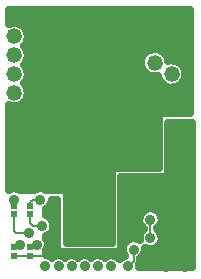
<source format=gbr>
G04 DipTrace 2.3.1.0*
%INBottom.gbr*%
%MOIN*%
%ADD13C,0.006*%
%ADD19C,0.025*%
%ADD30R,0.0197X0.0197*%
%ADD35C,0.035*%
%ADD37C,0.052*%
%FSLAX44Y44*%
G04*
G70*
G90*
G75*
G01*
%LNBottom*%
%LPD*%
X8856Y5772D2*
D13*
Y5147D1*
X8293Y4772D2*
Y4397D1*
X8106Y4210D1*
X4855Y5945D2*
Y5644D1*
X4937Y5562D1*
X5249D1*
X4855Y6225D2*
Y6356D1*
X4937Y6437D1*
X5187D1*
X4293Y5945D2*
Y5394D1*
X4374Y5312D1*
X4812D1*
X4293Y4570D2*
X4855D1*
X5382D1*
X5687Y4875D1*
X4293Y6225D2*
Y6418D1*
X4312Y6437D1*
X4499Y4937D2*
X4381D1*
X4293Y4850D1*
X5062Y4937D2*
X4943D1*
X4855Y4850D1*
D35*
X8856Y5772D3*
Y5147D3*
X8293Y4772D3*
X8106Y4210D3*
X7543Y4209D3*
X7106D3*
X6668D3*
X6231D3*
X5793D3*
X5355D3*
D37*
X4312Y11875D3*
Y11250D3*
Y10625D3*
Y10000D3*
X8999Y11000D3*
X9562Y10625D3*
D35*
X8731Y8728D3*
X7249Y11875D3*
Y10687D3*
X6187Y12500D3*
X5249Y5562D3*
X6249Y10375D3*
X8344Y6522D3*
X6812Y5187D3*
X7437D3*
X7124Y5500D3*
D37*
X6312Y7437D3*
X5937Y7875D3*
D35*
X4812Y5312D3*
X5187Y6437D3*
X4312D3*
X4499Y4937D3*
X5062D3*
X5687Y6312D3*
X9374Y4187D3*
X9999D3*
X4149Y12501D2*
D19*
X10160D1*
X4589Y12252D2*
X10160D1*
X4772Y12004D2*
X10160D1*
X4776Y11755D2*
X10160D1*
X4714Y11506D2*
X10160D1*
X4792Y11258D2*
X8601D1*
X9397D2*
X10160D1*
X4722Y11009D2*
X8519D1*
X9831D2*
X10160D1*
X4772Y10760D2*
X8590D1*
X10022D2*
X10160D1*
X4776Y10512D2*
X9097D1*
X10026D2*
X10158D1*
X4706Y10263D2*
X9261D1*
X9862D2*
X10160D1*
X4792Y10014D2*
X10160D1*
X4726Y9766D2*
X10160D1*
X4149Y9517D2*
X10160D1*
X4149Y9268D2*
X9097D1*
X4149Y9019D2*
X9097D1*
X4149Y8771D2*
X9097D1*
X4149Y8522D2*
X9097D1*
X4149Y8273D2*
X9097D1*
X4149Y8025D2*
X9097D1*
X4149Y7776D2*
X9097D1*
X4149Y7527D2*
X9097D1*
X4149Y7279D2*
X7535D1*
X4149Y7030D2*
X7535D1*
X4472Y6781D2*
X5027D1*
X5347D2*
X7535D1*
X6085Y6533D2*
X7535D1*
X6085Y6284D2*
X7535D1*
X6085Y6035D2*
X7535D1*
X6085Y5787D2*
X7535D1*
X6085Y5538D2*
X7535D1*
X6085Y5289D2*
X7535D1*
X6085Y5040D2*
X7535D1*
X4750Y11751D2*
X4700Y11637D1*
X4638Y11562D1*
X4708Y11473D1*
X4754Y11358D1*
X4767Y11250D1*
X4750Y11126D1*
X4700Y11012D1*
X4638Y10937D1*
X4708Y10848D1*
X4754Y10733D1*
X4767Y10625D1*
X4750Y10501D1*
X4700Y10387D1*
X4638Y10312D1*
X4708Y10223D1*
X4754Y10107D1*
X4767Y10000D1*
X4750Y9876D1*
X4700Y9762D1*
X4621Y9666D1*
X4519Y9594D1*
X4401Y9553D1*
X4276Y9546D1*
X4155Y9573D1*
X4124Y9589D1*
Y6754D1*
X4195Y6788D1*
X4318Y6807D1*
X4441Y6784D1*
X4498Y6751D1*
X4988Y6750D1*
X5070Y6788D1*
X5193Y6807D1*
X5316Y6784D1*
X5373Y6751D1*
X5937Y6750D1*
X6042Y6689D1*
X6062Y6625D1*
Y5000D1*
X7562D1*
Y7375D1*
X7623Y7480D1*
X7687Y7500D1*
X9124D1*
Y9187D1*
X9186Y9293D1*
X9249Y9312D1*
X10187D1*
Y12750D1*
X4124D1*
Y12293D1*
X4293Y12329D1*
X4417Y12318D1*
X4533Y12273D1*
X4632Y12198D1*
X4708Y12099D1*
X4754Y11983D1*
X4767Y11875D1*
X4750Y11751D1*
X9114Y10563D2*
X8964Y10546D1*
X8842Y10573D1*
X8732Y10631D1*
X8642Y10718D1*
X8579Y10825D1*
X8548Y10945D1*
X8550Y11070D1*
X8586Y11189D1*
X8653Y11294D1*
X8746Y11377D1*
X8858Y11432D1*
X8980Y11454D1*
X9104Y11443D1*
X9220Y11397D1*
X9320Y11323D1*
X9396Y11223D1*
X9441Y11108D1*
X9447Y11064D1*
X9543Y11079D1*
X9667Y11068D1*
X9783Y11022D1*
X9883Y10948D1*
X9958Y10848D1*
X10004Y10733D1*
X10017Y10625D1*
X10000Y10501D1*
X9950Y10387D1*
X9871Y10291D1*
X9769Y10219D1*
X9651Y10179D1*
X9527Y10171D1*
X9405Y10198D1*
X9295Y10256D1*
X9205Y10343D1*
X9142Y10450D1*
X9113Y10559D1*
X9460Y8751D2*
X10226D1*
X9460Y8502D2*
X10226D1*
X9460Y8254D2*
X10226D1*
X9460Y8005D2*
X10226D1*
X9460Y7756D2*
X10226D1*
X9460Y7508D2*
X10226D1*
X9448Y7259D2*
X10226D1*
X7897Y7010D2*
X10226D1*
X7897Y6762D2*
X10226D1*
X7897Y6513D2*
X10226D1*
X5538Y6264D2*
X5721D1*
X7897D2*
X10226D1*
X5401Y6016D2*
X5722D1*
X7897D2*
X8551D1*
X9159D2*
X10226D1*
X5581Y5767D2*
X5721D1*
X7897D2*
X8461D1*
X9249D2*
X10226D1*
X5643Y5518D2*
X5722D1*
X7897D2*
X8562D1*
X9151D2*
X10226D1*
X5499Y5269D2*
X5722D1*
X7897D2*
X8480D1*
X9229D2*
X10226D1*
X5448Y5021D2*
X5722D1*
X7897D2*
X7996D1*
X9229D2*
X10226D1*
X5417Y4772D2*
X5722D1*
X8686D2*
X10226D1*
X7765Y4523D2*
X7886D1*
X8593D2*
X10226D1*
X8507Y4275D2*
X10226D1*
X9205Y5650D2*
X9144Y5541D1*
X9083Y5487D1*
X9092Y5432D1*
X9173Y5337D1*
X9218Y5221D1*
X9226Y5147D1*
X9205Y5025D1*
X9144Y4916D1*
X9051Y4833D1*
X8936Y4786D1*
X8812Y4780D1*
X8693Y4815D1*
X8658Y4840D1*
X8663Y4772D1*
X8642Y4649D1*
X8582Y4541D1*
X8521Y4486D1*
X8518Y4397D1*
X8482Y4276D1*
X8497Y4303D1*
X8472Y4190D1*
X9000Y4187D1*
X10250D1*
X10249Y9000D1*
X9437D1*
Y7312D1*
X9376Y7207D1*
X9312Y7187D1*
X7874D1*
Y4812D1*
X7813Y4707D1*
X7749Y4687D1*
X5874D1*
X5769Y4748D1*
X5749Y4812D1*
Y6437D1*
X5557D1*
X5536Y6315D1*
X5476Y6206D1*
X5372Y6119D1*
X5378Y5909D1*
X5486Y5847D1*
X5567Y5752D1*
X5612Y5637D1*
X5619Y5562D1*
X5598Y5440D1*
X5538Y5331D1*
X5445Y5248D1*
X5377Y5220D1*
X5379Y5127D1*
X5424Y5012D1*
X5432Y4937D1*
X5411Y4815D1*
X5375Y4750D1*
X5374Y4582D1*
X5484Y4556D1*
X5575Y4504D1*
X5676Y4561D1*
X5799Y4579D1*
X5922Y4556D1*
X6013Y4504D1*
X6114Y4561D1*
X6237Y4579D1*
X6359Y4556D1*
X6450Y4504D1*
X6552Y4561D1*
X6675Y4579D1*
X6797Y4556D1*
X6888Y4504D1*
X6989Y4561D1*
X7112Y4579D1*
X7234Y4556D1*
X7325Y4504D1*
X7427Y4561D1*
X7550Y4579D1*
X7672Y4556D1*
X7780Y4494D1*
X7823Y4444D1*
X7879Y4502D1*
X7993Y4561D1*
X7958Y4615D1*
X7925Y4735D1*
X7934Y4859D1*
X7983Y4973D1*
X8067Y5065D1*
X8177Y5123D1*
X8300Y5142D1*
X8422Y5119D1*
X8493Y5078D1*
X8496Y5234D1*
X8545Y5348D1*
X8633Y5442D1*
X8521Y5615D1*
X8488Y5735D1*
X8496Y5859D1*
X8545Y5973D1*
X8629Y6065D1*
X8739Y6123D1*
X8862Y6142D1*
X8984Y6119D1*
X9092Y6057D1*
X9173Y5962D1*
X9218Y5847D1*
X9226Y5772D1*
X9205Y5650D1*
D30*
X4855Y5945D3*
Y6225D3*
X4293Y5945D3*
Y6225D3*
X4855Y4570D3*
Y4850D3*
X4293Y4570D3*
Y4850D3*
M02*

</source>
